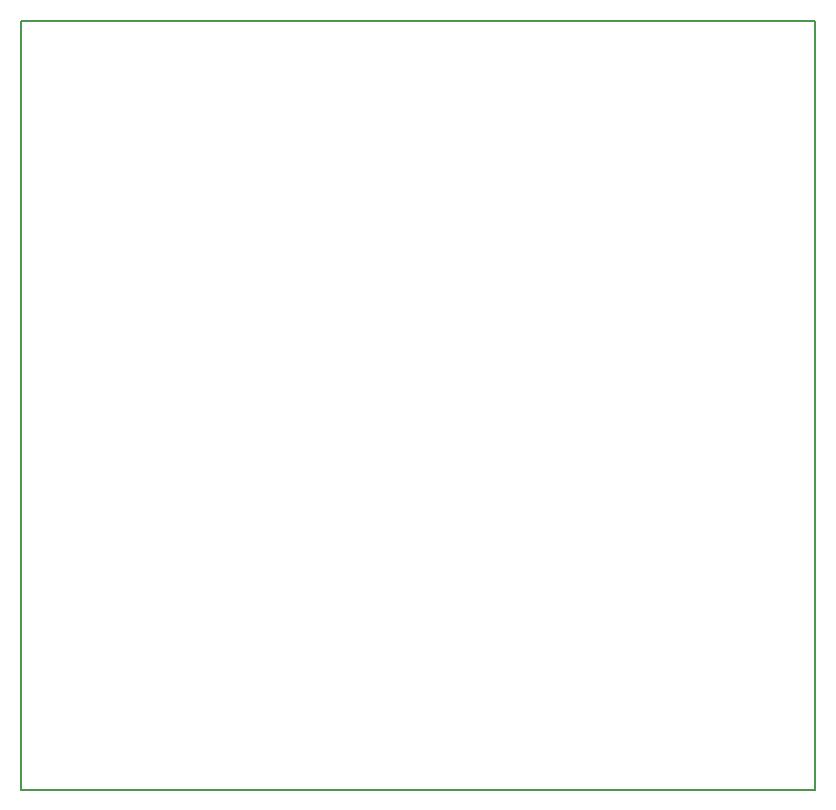
<source format=gbr>
%TF.GenerationSoftware,Altium Limited,Altium Designer,20.2.5 (213)*%
G04 Layer_Color=16711935*
%FSLAX44Y44*%
%MOMM*%
%TF.SameCoordinates,3FE501F2-1E46-4B48-ABA6-5278C61F2325*%
%TF.FilePolarity,Positive*%
%TF.FileFunction,Keep-out,Top*%
%TF.Part,Single*%
G01*
G75*
%TA.AperFunction,NonConductor*%
%ADD65C,0.2000*%
D65*
X-0Y651000D02*
X0Y0D01*
X672000D01*
X-0Y651000D02*
X672000D01*
Y0D02*
Y651000D01*
%TF.MD5,67fca13efc097f62fccd7efe0ca5a46a*%
M02*

</source>
